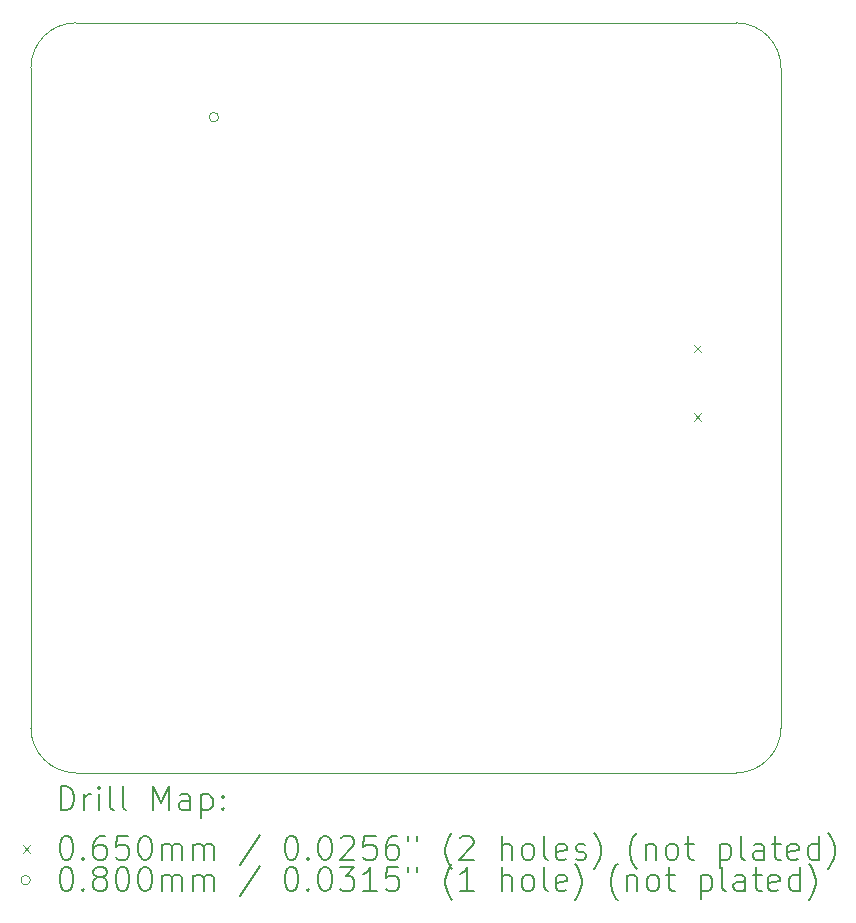
<source format=gbr>
%FSLAX45Y45*%
G04 Gerber Fmt 4.5, Leading zero omitted, Abs format (unit mm)*
G04 Created by KiCad (PCBNEW 6.0.4) date 2022-04-24 19:18:42*
%MOMM*%
%LPD*%
G01*
G04 APERTURE LIST*
%TA.AperFunction,Profile*%
%ADD10C,0.100000*%
%TD*%
%ADD11C,0.200000*%
%ADD12C,0.065000*%
%ADD13C,0.080000*%
G04 APERTURE END LIST*
D10*
X12065000Y-12954000D02*
X12065000Y-7366000D01*
X18034000Y-13335000D02*
X12446000Y-13335000D01*
X18415000Y-7366000D02*
X18415000Y-12954000D01*
X12446000Y-6985000D02*
X18034000Y-6985000D01*
X12446000Y-6985000D02*
G75*
G03*
X12065000Y-7366000I0J-381000D01*
G01*
X12065000Y-12954000D02*
G75*
G03*
X12446000Y-13335000I381000J0D01*
G01*
X18034000Y-13335000D02*
G75*
G03*
X18415000Y-12954000I0J381000D01*
G01*
X18415000Y-7366000D02*
G75*
G03*
X18034000Y-6985000I-381000J0D01*
G01*
D11*
D12*
X17677500Y-9711500D02*
X17742500Y-9776500D01*
X17742500Y-9711500D02*
X17677500Y-9776500D01*
X17677500Y-10289500D02*
X17742500Y-10354500D01*
X17742500Y-10289500D02*
X17677500Y-10354500D01*
D13*
X13654700Y-7784000D02*
G75*
G03*
X13654700Y-7784000I-40000J0D01*
G01*
D11*
X12317619Y-13650476D02*
X12317619Y-13450476D01*
X12365238Y-13450476D01*
X12393809Y-13460000D01*
X12412857Y-13479048D01*
X12422381Y-13498095D01*
X12431905Y-13536190D01*
X12431905Y-13564762D01*
X12422381Y-13602857D01*
X12412857Y-13621905D01*
X12393809Y-13640952D01*
X12365238Y-13650476D01*
X12317619Y-13650476D01*
X12517619Y-13650476D02*
X12517619Y-13517143D01*
X12517619Y-13555238D02*
X12527143Y-13536190D01*
X12536667Y-13526667D01*
X12555714Y-13517143D01*
X12574762Y-13517143D01*
X12641428Y-13650476D02*
X12641428Y-13517143D01*
X12641428Y-13450476D02*
X12631905Y-13460000D01*
X12641428Y-13469524D01*
X12650952Y-13460000D01*
X12641428Y-13450476D01*
X12641428Y-13469524D01*
X12765238Y-13650476D02*
X12746190Y-13640952D01*
X12736667Y-13621905D01*
X12736667Y-13450476D01*
X12870000Y-13650476D02*
X12850952Y-13640952D01*
X12841428Y-13621905D01*
X12841428Y-13450476D01*
X13098571Y-13650476D02*
X13098571Y-13450476D01*
X13165238Y-13593333D01*
X13231905Y-13450476D01*
X13231905Y-13650476D01*
X13412857Y-13650476D02*
X13412857Y-13545714D01*
X13403333Y-13526667D01*
X13384286Y-13517143D01*
X13346190Y-13517143D01*
X13327143Y-13526667D01*
X13412857Y-13640952D02*
X13393809Y-13650476D01*
X13346190Y-13650476D01*
X13327143Y-13640952D01*
X13317619Y-13621905D01*
X13317619Y-13602857D01*
X13327143Y-13583809D01*
X13346190Y-13574286D01*
X13393809Y-13574286D01*
X13412857Y-13564762D01*
X13508095Y-13517143D02*
X13508095Y-13717143D01*
X13508095Y-13526667D02*
X13527143Y-13517143D01*
X13565238Y-13517143D01*
X13584286Y-13526667D01*
X13593809Y-13536190D01*
X13603333Y-13555238D01*
X13603333Y-13612381D01*
X13593809Y-13631428D01*
X13584286Y-13640952D01*
X13565238Y-13650476D01*
X13527143Y-13650476D01*
X13508095Y-13640952D01*
X13689048Y-13631428D02*
X13698571Y-13640952D01*
X13689048Y-13650476D01*
X13679524Y-13640952D01*
X13689048Y-13631428D01*
X13689048Y-13650476D01*
X13689048Y-13526667D02*
X13698571Y-13536190D01*
X13689048Y-13545714D01*
X13679524Y-13536190D01*
X13689048Y-13526667D01*
X13689048Y-13545714D01*
D12*
X11995000Y-13947500D02*
X12060000Y-14012500D01*
X12060000Y-13947500D02*
X11995000Y-14012500D01*
D11*
X12355714Y-13870476D02*
X12374762Y-13870476D01*
X12393809Y-13880000D01*
X12403333Y-13889524D01*
X12412857Y-13908571D01*
X12422381Y-13946667D01*
X12422381Y-13994286D01*
X12412857Y-14032381D01*
X12403333Y-14051428D01*
X12393809Y-14060952D01*
X12374762Y-14070476D01*
X12355714Y-14070476D01*
X12336667Y-14060952D01*
X12327143Y-14051428D01*
X12317619Y-14032381D01*
X12308095Y-13994286D01*
X12308095Y-13946667D01*
X12317619Y-13908571D01*
X12327143Y-13889524D01*
X12336667Y-13880000D01*
X12355714Y-13870476D01*
X12508095Y-14051428D02*
X12517619Y-14060952D01*
X12508095Y-14070476D01*
X12498571Y-14060952D01*
X12508095Y-14051428D01*
X12508095Y-14070476D01*
X12689048Y-13870476D02*
X12650952Y-13870476D01*
X12631905Y-13880000D01*
X12622381Y-13889524D01*
X12603333Y-13918095D01*
X12593809Y-13956190D01*
X12593809Y-14032381D01*
X12603333Y-14051428D01*
X12612857Y-14060952D01*
X12631905Y-14070476D01*
X12670000Y-14070476D01*
X12689048Y-14060952D01*
X12698571Y-14051428D01*
X12708095Y-14032381D01*
X12708095Y-13984762D01*
X12698571Y-13965714D01*
X12689048Y-13956190D01*
X12670000Y-13946667D01*
X12631905Y-13946667D01*
X12612857Y-13956190D01*
X12603333Y-13965714D01*
X12593809Y-13984762D01*
X12889048Y-13870476D02*
X12793809Y-13870476D01*
X12784286Y-13965714D01*
X12793809Y-13956190D01*
X12812857Y-13946667D01*
X12860476Y-13946667D01*
X12879524Y-13956190D01*
X12889048Y-13965714D01*
X12898571Y-13984762D01*
X12898571Y-14032381D01*
X12889048Y-14051428D01*
X12879524Y-14060952D01*
X12860476Y-14070476D01*
X12812857Y-14070476D01*
X12793809Y-14060952D01*
X12784286Y-14051428D01*
X13022381Y-13870476D02*
X13041428Y-13870476D01*
X13060476Y-13880000D01*
X13070000Y-13889524D01*
X13079524Y-13908571D01*
X13089048Y-13946667D01*
X13089048Y-13994286D01*
X13079524Y-14032381D01*
X13070000Y-14051428D01*
X13060476Y-14060952D01*
X13041428Y-14070476D01*
X13022381Y-14070476D01*
X13003333Y-14060952D01*
X12993809Y-14051428D01*
X12984286Y-14032381D01*
X12974762Y-13994286D01*
X12974762Y-13946667D01*
X12984286Y-13908571D01*
X12993809Y-13889524D01*
X13003333Y-13880000D01*
X13022381Y-13870476D01*
X13174762Y-14070476D02*
X13174762Y-13937143D01*
X13174762Y-13956190D02*
X13184286Y-13946667D01*
X13203333Y-13937143D01*
X13231905Y-13937143D01*
X13250952Y-13946667D01*
X13260476Y-13965714D01*
X13260476Y-14070476D01*
X13260476Y-13965714D02*
X13270000Y-13946667D01*
X13289048Y-13937143D01*
X13317619Y-13937143D01*
X13336667Y-13946667D01*
X13346190Y-13965714D01*
X13346190Y-14070476D01*
X13441428Y-14070476D02*
X13441428Y-13937143D01*
X13441428Y-13956190D02*
X13450952Y-13946667D01*
X13470000Y-13937143D01*
X13498571Y-13937143D01*
X13517619Y-13946667D01*
X13527143Y-13965714D01*
X13527143Y-14070476D01*
X13527143Y-13965714D02*
X13536667Y-13946667D01*
X13555714Y-13937143D01*
X13584286Y-13937143D01*
X13603333Y-13946667D01*
X13612857Y-13965714D01*
X13612857Y-14070476D01*
X14003333Y-13860952D02*
X13831905Y-14118095D01*
X14260476Y-13870476D02*
X14279524Y-13870476D01*
X14298571Y-13880000D01*
X14308095Y-13889524D01*
X14317619Y-13908571D01*
X14327143Y-13946667D01*
X14327143Y-13994286D01*
X14317619Y-14032381D01*
X14308095Y-14051428D01*
X14298571Y-14060952D01*
X14279524Y-14070476D01*
X14260476Y-14070476D01*
X14241428Y-14060952D01*
X14231905Y-14051428D01*
X14222381Y-14032381D01*
X14212857Y-13994286D01*
X14212857Y-13946667D01*
X14222381Y-13908571D01*
X14231905Y-13889524D01*
X14241428Y-13880000D01*
X14260476Y-13870476D01*
X14412857Y-14051428D02*
X14422381Y-14060952D01*
X14412857Y-14070476D01*
X14403333Y-14060952D01*
X14412857Y-14051428D01*
X14412857Y-14070476D01*
X14546190Y-13870476D02*
X14565238Y-13870476D01*
X14584286Y-13880000D01*
X14593809Y-13889524D01*
X14603333Y-13908571D01*
X14612857Y-13946667D01*
X14612857Y-13994286D01*
X14603333Y-14032381D01*
X14593809Y-14051428D01*
X14584286Y-14060952D01*
X14565238Y-14070476D01*
X14546190Y-14070476D01*
X14527143Y-14060952D01*
X14517619Y-14051428D01*
X14508095Y-14032381D01*
X14498571Y-13994286D01*
X14498571Y-13946667D01*
X14508095Y-13908571D01*
X14517619Y-13889524D01*
X14527143Y-13880000D01*
X14546190Y-13870476D01*
X14689048Y-13889524D02*
X14698571Y-13880000D01*
X14717619Y-13870476D01*
X14765238Y-13870476D01*
X14784286Y-13880000D01*
X14793809Y-13889524D01*
X14803333Y-13908571D01*
X14803333Y-13927619D01*
X14793809Y-13956190D01*
X14679524Y-14070476D01*
X14803333Y-14070476D01*
X14984286Y-13870476D02*
X14889048Y-13870476D01*
X14879524Y-13965714D01*
X14889048Y-13956190D01*
X14908095Y-13946667D01*
X14955714Y-13946667D01*
X14974762Y-13956190D01*
X14984286Y-13965714D01*
X14993809Y-13984762D01*
X14993809Y-14032381D01*
X14984286Y-14051428D01*
X14974762Y-14060952D01*
X14955714Y-14070476D01*
X14908095Y-14070476D01*
X14889048Y-14060952D01*
X14879524Y-14051428D01*
X15165238Y-13870476D02*
X15127143Y-13870476D01*
X15108095Y-13880000D01*
X15098571Y-13889524D01*
X15079524Y-13918095D01*
X15070000Y-13956190D01*
X15070000Y-14032381D01*
X15079524Y-14051428D01*
X15089048Y-14060952D01*
X15108095Y-14070476D01*
X15146190Y-14070476D01*
X15165238Y-14060952D01*
X15174762Y-14051428D01*
X15184286Y-14032381D01*
X15184286Y-13984762D01*
X15174762Y-13965714D01*
X15165238Y-13956190D01*
X15146190Y-13946667D01*
X15108095Y-13946667D01*
X15089048Y-13956190D01*
X15079524Y-13965714D01*
X15070000Y-13984762D01*
X15260476Y-13870476D02*
X15260476Y-13908571D01*
X15336667Y-13870476D02*
X15336667Y-13908571D01*
X15631905Y-14146667D02*
X15622381Y-14137143D01*
X15603333Y-14108571D01*
X15593809Y-14089524D01*
X15584286Y-14060952D01*
X15574762Y-14013333D01*
X15574762Y-13975238D01*
X15584286Y-13927619D01*
X15593809Y-13899048D01*
X15603333Y-13880000D01*
X15622381Y-13851428D01*
X15631905Y-13841905D01*
X15698571Y-13889524D02*
X15708095Y-13880000D01*
X15727143Y-13870476D01*
X15774762Y-13870476D01*
X15793809Y-13880000D01*
X15803333Y-13889524D01*
X15812857Y-13908571D01*
X15812857Y-13927619D01*
X15803333Y-13956190D01*
X15689048Y-14070476D01*
X15812857Y-14070476D01*
X16050952Y-14070476D02*
X16050952Y-13870476D01*
X16136667Y-14070476D02*
X16136667Y-13965714D01*
X16127143Y-13946667D01*
X16108095Y-13937143D01*
X16079524Y-13937143D01*
X16060476Y-13946667D01*
X16050952Y-13956190D01*
X16260476Y-14070476D02*
X16241428Y-14060952D01*
X16231905Y-14051428D01*
X16222381Y-14032381D01*
X16222381Y-13975238D01*
X16231905Y-13956190D01*
X16241428Y-13946667D01*
X16260476Y-13937143D01*
X16289048Y-13937143D01*
X16308095Y-13946667D01*
X16317619Y-13956190D01*
X16327143Y-13975238D01*
X16327143Y-14032381D01*
X16317619Y-14051428D01*
X16308095Y-14060952D01*
X16289048Y-14070476D01*
X16260476Y-14070476D01*
X16441428Y-14070476D02*
X16422381Y-14060952D01*
X16412857Y-14041905D01*
X16412857Y-13870476D01*
X16593809Y-14060952D02*
X16574762Y-14070476D01*
X16536667Y-14070476D01*
X16517619Y-14060952D01*
X16508095Y-14041905D01*
X16508095Y-13965714D01*
X16517619Y-13946667D01*
X16536667Y-13937143D01*
X16574762Y-13937143D01*
X16593809Y-13946667D01*
X16603333Y-13965714D01*
X16603333Y-13984762D01*
X16508095Y-14003809D01*
X16679524Y-14060952D02*
X16698571Y-14070476D01*
X16736667Y-14070476D01*
X16755714Y-14060952D01*
X16765238Y-14041905D01*
X16765238Y-14032381D01*
X16755714Y-14013333D01*
X16736667Y-14003809D01*
X16708095Y-14003809D01*
X16689048Y-13994286D01*
X16679524Y-13975238D01*
X16679524Y-13965714D01*
X16689048Y-13946667D01*
X16708095Y-13937143D01*
X16736667Y-13937143D01*
X16755714Y-13946667D01*
X16831905Y-14146667D02*
X16841429Y-14137143D01*
X16860476Y-14108571D01*
X16870000Y-14089524D01*
X16879524Y-14060952D01*
X16889048Y-14013333D01*
X16889048Y-13975238D01*
X16879524Y-13927619D01*
X16870000Y-13899048D01*
X16860476Y-13880000D01*
X16841429Y-13851428D01*
X16831905Y-13841905D01*
X17193810Y-14146667D02*
X17184286Y-14137143D01*
X17165238Y-14108571D01*
X17155714Y-14089524D01*
X17146190Y-14060952D01*
X17136667Y-14013333D01*
X17136667Y-13975238D01*
X17146190Y-13927619D01*
X17155714Y-13899048D01*
X17165238Y-13880000D01*
X17184286Y-13851428D01*
X17193810Y-13841905D01*
X17270000Y-13937143D02*
X17270000Y-14070476D01*
X17270000Y-13956190D02*
X17279524Y-13946667D01*
X17298571Y-13937143D01*
X17327143Y-13937143D01*
X17346190Y-13946667D01*
X17355714Y-13965714D01*
X17355714Y-14070476D01*
X17479524Y-14070476D02*
X17460476Y-14060952D01*
X17450952Y-14051428D01*
X17441429Y-14032381D01*
X17441429Y-13975238D01*
X17450952Y-13956190D01*
X17460476Y-13946667D01*
X17479524Y-13937143D01*
X17508095Y-13937143D01*
X17527143Y-13946667D01*
X17536667Y-13956190D01*
X17546190Y-13975238D01*
X17546190Y-14032381D01*
X17536667Y-14051428D01*
X17527143Y-14060952D01*
X17508095Y-14070476D01*
X17479524Y-14070476D01*
X17603333Y-13937143D02*
X17679524Y-13937143D01*
X17631905Y-13870476D02*
X17631905Y-14041905D01*
X17641429Y-14060952D01*
X17660476Y-14070476D01*
X17679524Y-14070476D01*
X17898571Y-13937143D02*
X17898571Y-14137143D01*
X17898571Y-13946667D02*
X17917619Y-13937143D01*
X17955714Y-13937143D01*
X17974762Y-13946667D01*
X17984286Y-13956190D01*
X17993810Y-13975238D01*
X17993810Y-14032381D01*
X17984286Y-14051428D01*
X17974762Y-14060952D01*
X17955714Y-14070476D01*
X17917619Y-14070476D01*
X17898571Y-14060952D01*
X18108095Y-14070476D02*
X18089048Y-14060952D01*
X18079524Y-14041905D01*
X18079524Y-13870476D01*
X18270000Y-14070476D02*
X18270000Y-13965714D01*
X18260476Y-13946667D01*
X18241429Y-13937143D01*
X18203333Y-13937143D01*
X18184286Y-13946667D01*
X18270000Y-14060952D02*
X18250952Y-14070476D01*
X18203333Y-14070476D01*
X18184286Y-14060952D01*
X18174762Y-14041905D01*
X18174762Y-14022857D01*
X18184286Y-14003809D01*
X18203333Y-13994286D01*
X18250952Y-13994286D01*
X18270000Y-13984762D01*
X18336667Y-13937143D02*
X18412857Y-13937143D01*
X18365238Y-13870476D02*
X18365238Y-14041905D01*
X18374762Y-14060952D01*
X18393810Y-14070476D01*
X18412857Y-14070476D01*
X18555714Y-14060952D02*
X18536667Y-14070476D01*
X18498571Y-14070476D01*
X18479524Y-14060952D01*
X18470000Y-14041905D01*
X18470000Y-13965714D01*
X18479524Y-13946667D01*
X18498571Y-13937143D01*
X18536667Y-13937143D01*
X18555714Y-13946667D01*
X18565238Y-13965714D01*
X18565238Y-13984762D01*
X18470000Y-14003809D01*
X18736667Y-14070476D02*
X18736667Y-13870476D01*
X18736667Y-14060952D02*
X18717619Y-14070476D01*
X18679524Y-14070476D01*
X18660476Y-14060952D01*
X18650952Y-14051428D01*
X18641429Y-14032381D01*
X18641429Y-13975238D01*
X18650952Y-13956190D01*
X18660476Y-13946667D01*
X18679524Y-13937143D01*
X18717619Y-13937143D01*
X18736667Y-13946667D01*
X18812857Y-14146667D02*
X18822381Y-14137143D01*
X18841429Y-14108571D01*
X18850952Y-14089524D01*
X18860476Y-14060952D01*
X18870000Y-14013333D01*
X18870000Y-13975238D01*
X18860476Y-13927619D01*
X18850952Y-13899048D01*
X18841429Y-13880000D01*
X18822381Y-13851428D01*
X18812857Y-13841905D01*
D13*
X12060000Y-14244000D02*
G75*
G03*
X12060000Y-14244000I-40000J0D01*
G01*
D11*
X12355714Y-14134476D02*
X12374762Y-14134476D01*
X12393809Y-14144000D01*
X12403333Y-14153524D01*
X12412857Y-14172571D01*
X12422381Y-14210667D01*
X12422381Y-14258286D01*
X12412857Y-14296381D01*
X12403333Y-14315428D01*
X12393809Y-14324952D01*
X12374762Y-14334476D01*
X12355714Y-14334476D01*
X12336667Y-14324952D01*
X12327143Y-14315428D01*
X12317619Y-14296381D01*
X12308095Y-14258286D01*
X12308095Y-14210667D01*
X12317619Y-14172571D01*
X12327143Y-14153524D01*
X12336667Y-14144000D01*
X12355714Y-14134476D01*
X12508095Y-14315428D02*
X12517619Y-14324952D01*
X12508095Y-14334476D01*
X12498571Y-14324952D01*
X12508095Y-14315428D01*
X12508095Y-14334476D01*
X12631905Y-14220190D02*
X12612857Y-14210667D01*
X12603333Y-14201143D01*
X12593809Y-14182095D01*
X12593809Y-14172571D01*
X12603333Y-14153524D01*
X12612857Y-14144000D01*
X12631905Y-14134476D01*
X12670000Y-14134476D01*
X12689048Y-14144000D01*
X12698571Y-14153524D01*
X12708095Y-14172571D01*
X12708095Y-14182095D01*
X12698571Y-14201143D01*
X12689048Y-14210667D01*
X12670000Y-14220190D01*
X12631905Y-14220190D01*
X12612857Y-14229714D01*
X12603333Y-14239238D01*
X12593809Y-14258286D01*
X12593809Y-14296381D01*
X12603333Y-14315428D01*
X12612857Y-14324952D01*
X12631905Y-14334476D01*
X12670000Y-14334476D01*
X12689048Y-14324952D01*
X12698571Y-14315428D01*
X12708095Y-14296381D01*
X12708095Y-14258286D01*
X12698571Y-14239238D01*
X12689048Y-14229714D01*
X12670000Y-14220190D01*
X12831905Y-14134476D02*
X12850952Y-14134476D01*
X12870000Y-14144000D01*
X12879524Y-14153524D01*
X12889048Y-14172571D01*
X12898571Y-14210667D01*
X12898571Y-14258286D01*
X12889048Y-14296381D01*
X12879524Y-14315428D01*
X12870000Y-14324952D01*
X12850952Y-14334476D01*
X12831905Y-14334476D01*
X12812857Y-14324952D01*
X12803333Y-14315428D01*
X12793809Y-14296381D01*
X12784286Y-14258286D01*
X12784286Y-14210667D01*
X12793809Y-14172571D01*
X12803333Y-14153524D01*
X12812857Y-14144000D01*
X12831905Y-14134476D01*
X13022381Y-14134476D02*
X13041428Y-14134476D01*
X13060476Y-14144000D01*
X13070000Y-14153524D01*
X13079524Y-14172571D01*
X13089048Y-14210667D01*
X13089048Y-14258286D01*
X13079524Y-14296381D01*
X13070000Y-14315428D01*
X13060476Y-14324952D01*
X13041428Y-14334476D01*
X13022381Y-14334476D01*
X13003333Y-14324952D01*
X12993809Y-14315428D01*
X12984286Y-14296381D01*
X12974762Y-14258286D01*
X12974762Y-14210667D01*
X12984286Y-14172571D01*
X12993809Y-14153524D01*
X13003333Y-14144000D01*
X13022381Y-14134476D01*
X13174762Y-14334476D02*
X13174762Y-14201143D01*
X13174762Y-14220190D02*
X13184286Y-14210667D01*
X13203333Y-14201143D01*
X13231905Y-14201143D01*
X13250952Y-14210667D01*
X13260476Y-14229714D01*
X13260476Y-14334476D01*
X13260476Y-14229714D02*
X13270000Y-14210667D01*
X13289048Y-14201143D01*
X13317619Y-14201143D01*
X13336667Y-14210667D01*
X13346190Y-14229714D01*
X13346190Y-14334476D01*
X13441428Y-14334476D02*
X13441428Y-14201143D01*
X13441428Y-14220190D02*
X13450952Y-14210667D01*
X13470000Y-14201143D01*
X13498571Y-14201143D01*
X13517619Y-14210667D01*
X13527143Y-14229714D01*
X13527143Y-14334476D01*
X13527143Y-14229714D02*
X13536667Y-14210667D01*
X13555714Y-14201143D01*
X13584286Y-14201143D01*
X13603333Y-14210667D01*
X13612857Y-14229714D01*
X13612857Y-14334476D01*
X14003333Y-14124952D02*
X13831905Y-14382095D01*
X14260476Y-14134476D02*
X14279524Y-14134476D01*
X14298571Y-14144000D01*
X14308095Y-14153524D01*
X14317619Y-14172571D01*
X14327143Y-14210667D01*
X14327143Y-14258286D01*
X14317619Y-14296381D01*
X14308095Y-14315428D01*
X14298571Y-14324952D01*
X14279524Y-14334476D01*
X14260476Y-14334476D01*
X14241428Y-14324952D01*
X14231905Y-14315428D01*
X14222381Y-14296381D01*
X14212857Y-14258286D01*
X14212857Y-14210667D01*
X14222381Y-14172571D01*
X14231905Y-14153524D01*
X14241428Y-14144000D01*
X14260476Y-14134476D01*
X14412857Y-14315428D02*
X14422381Y-14324952D01*
X14412857Y-14334476D01*
X14403333Y-14324952D01*
X14412857Y-14315428D01*
X14412857Y-14334476D01*
X14546190Y-14134476D02*
X14565238Y-14134476D01*
X14584286Y-14144000D01*
X14593809Y-14153524D01*
X14603333Y-14172571D01*
X14612857Y-14210667D01*
X14612857Y-14258286D01*
X14603333Y-14296381D01*
X14593809Y-14315428D01*
X14584286Y-14324952D01*
X14565238Y-14334476D01*
X14546190Y-14334476D01*
X14527143Y-14324952D01*
X14517619Y-14315428D01*
X14508095Y-14296381D01*
X14498571Y-14258286D01*
X14498571Y-14210667D01*
X14508095Y-14172571D01*
X14517619Y-14153524D01*
X14527143Y-14144000D01*
X14546190Y-14134476D01*
X14679524Y-14134476D02*
X14803333Y-14134476D01*
X14736667Y-14210667D01*
X14765238Y-14210667D01*
X14784286Y-14220190D01*
X14793809Y-14229714D01*
X14803333Y-14248762D01*
X14803333Y-14296381D01*
X14793809Y-14315428D01*
X14784286Y-14324952D01*
X14765238Y-14334476D01*
X14708095Y-14334476D01*
X14689048Y-14324952D01*
X14679524Y-14315428D01*
X14993809Y-14334476D02*
X14879524Y-14334476D01*
X14936667Y-14334476D02*
X14936667Y-14134476D01*
X14917619Y-14163048D01*
X14898571Y-14182095D01*
X14879524Y-14191619D01*
X15174762Y-14134476D02*
X15079524Y-14134476D01*
X15070000Y-14229714D01*
X15079524Y-14220190D01*
X15098571Y-14210667D01*
X15146190Y-14210667D01*
X15165238Y-14220190D01*
X15174762Y-14229714D01*
X15184286Y-14248762D01*
X15184286Y-14296381D01*
X15174762Y-14315428D01*
X15165238Y-14324952D01*
X15146190Y-14334476D01*
X15098571Y-14334476D01*
X15079524Y-14324952D01*
X15070000Y-14315428D01*
X15260476Y-14134476D02*
X15260476Y-14172571D01*
X15336667Y-14134476D02*
X15336667Y-14172571D01*
X15631905Y-14410667D02*
X15622381Y-14401143D01*
X15603333Y-14372571D01*
X15593809Y-14353524D01*
X15584286Y-14324952D01*
X15574762Y-14277333D01*
X15574762Y-14239238D01*
X15584286Y-14191619D01*
X15593809Y-14163048D01*
X15603333Y-14144000D01*
X15622381Y-14115428D01*
X15631905Y-14105905D01*
X15812857Y-14334476D02*
X15698571Y-14334476D01*
X15755714Y-14334476D02*
X15755714Y-14134476D01*
X15736667Y-14163048D01*
X15717619Y-14182095D01*
X15698571Y-14191619D01*
X16050952Y-14334476D02*
X16050952Y-14134476D01*
X16136667Y-14334476D02*
X16136667Y-14229714D01*
X16127143Y-14210667D01*
X16108095Y-14201143D01*
X16079524Y-14201143D01*
X16060476Y-14210667D01*
X16050952Y-14220190D01*
X16260476Y-14334476D02*
X16241428Y-14324952D01*
X16231905Y-14315428D01*
X16222381Y-14296381D01*
X16222381Y-14239238D01*
X16231905Y-14220190D01*
X16241428Y-14210667D01*
X16260476Y-14201143D01*
X16289048Y-14201143D01*
X16308095Y-14210667D01*
X16317619Y-14220190D01*
X16327143Y-14239238D01*
X16327143Y-14296381D01*
X16317619Y-14315428D01*
X16308095Y-14324952D01*
X16289048Y-14334476D01*
X16260476Y-14334476D01*
X16441428Y-14334476D02*
X16422381Y-14324952D01*
X16412857Y-14305905D01*
X16412857Y-14134476D01*
X16593809Y-14324952D02*
X16574762Y-14334476D01*
X16536667Y-14334476D01*
X16517619Y-14324952D01*
X16508095Y-14305905D01*
X16508095Y-14229714D01*
X16517619Y-14210667D01*
X16536667Y-14201143D01*
X16574762Y-14201143D01*
X16593809Y-14210667D01*
X16603333Y-14229714D01*
X16603333Y-14248762D01*
X16508095Y-14267809D01*
X16670000Y-14410667D02*
X16679524Y-14401143D01*
X16698571Y-14372571D01*
X16708095Y-14353524D01*
X16717619Y-14324952D01*
X16727143Y-14277333D01*
X16727143Y-14239238D01*
X16717619Y-14191619D01*
X16708095Y-14163048D01*
X16698571Y-14144000D01*
X16679524Y-14115428D01*
X16670000Y-14105905D01*
X17031905Y-14410667D02*
X17022381Y-14401143D01*
X17003333Y-14372571D01*
X16993810Y-14353524D01*
X16984286Y-14324952D01*
X16974762Y-14277333D01*
X16974762Y-14239238D01*
X16984286Y-14191619D01*
X16993810Y-14163048D01*
X17003333Y-14144000D01*
X17022381Y-14115428D01*
X17031905Y-14105905D01*
X17108095Y-14201143D02*
X17108095Y-14334476D01*
X17108095Y-14220190D02*
X17117619Y-14210667D01*
X17136667Y-14201143D01*
X17165238Y-14201143D01*
X17184286Y-14210667D01*
X17193810Y-14229714D01*
X17193810Y-14334476D01*
X17317619Y-14334476D02*
X17298571Y-14324952D01*
X17289048Y-14315428D01*
X17279524Y-14296381D01*
X17279524Y-14239238D01*
X17289048Y-14220190D01*
X17298571Y-14210667D01*
X17317619Y-14201143D01*
X17346190Y-14201143D01*
X17365238Y-14210667D01*
X17374762Y-14220190D01*
X17384286Y-14239238D01*
X17384286Y-14296381D01*
X17374762Y-14315428D01*
X17365238Y-14324952D01*
X17346190Y-14334476D01*
X17317619Y-14334476D01*
X17441429Y-14201143D02*
X17517619Y-14201143D01*
X17470000Y-14134476D02*
X17470000Y-14305905D01*
X17479524Y-14324952D01*
X17498571Y-14334476D01*
X17517619Y-14334476D01*
X17736667Y-14201143D02*
X17736667Y-14401143D01*
X17736667Y-14210667D02*
X17755714Y-14201143D01*
X17793810Y-14201143D01*
X17812857Y-14210667D01*
X17822381Y-14220190D01*
X17831905Y-14239238D01*
X17831905Y-14296381D01*
X17822381Y-14315428D01*
X17812857Y-14324952D01*
X17793810Y-14334476D01*
X17755714Y-14334476D01*
X17736667Y-14324952D01*
X17946190Y-14334476D02*
X17927143Y-14324952D01*
X17917619Y-14305905D01*
X17917619Y-14134476D01*
X18108095Y-14334476D02*
X18108095Y-14229714D01*
X18098571Y-14210667D01*
X18079524Y-14201143D01*
X18041429Y-14201143D01*
X18022381Y-14210667D01*
X18108095Y-14324952D02*
X18089048Y-14334476D01*
X18041429Y-14334476D01*
X18022381Y-14324952D01*
X18012857Y-14305905D01*
X18012857Y-14286857D01*
X18022381Y-14267809D01*
X18041429Y-14258286D01*
X18089048Y-14258286D01*
X18108095Y-14248762D01*
X18174762Y-14201143D02*
X18250952Y-14201143D01*
X18203333Y-14134476D02*
X18203333Y-14305905D01*
X18212857Y-14324952D01*
X18231905Y-14334476D01*
X18250952Y-14334476D01*
X18393810Y-14324952D02*
X18374762Y-14334476D01*
X18336667Y-14334476D01*
X18317619Y-14324952D01*
X18308095Y-14305905D01*
X18308095Y-14229714D01*
X18317619Y-14210667D01*
X18336667Y-14201143D01*
X18374762Y-14201143D01*
X18393810Y-14210667D01*
X18403333Y-14229714D01*
X18403333Y-14248762D01*
X18308095Y-14267809D01*
X18574762Y-14334476D02*
X18574762Y-14134476D01*
X18574762Y-14324952D02*
X18555714Y-14334476D01*
X18517619Y-14334476D01*
X18498571Y-14324952D01*
X18489048Y-14315428D01*
X18479524Y-14296381D01*
X18479524Y-14239238D01*
X18489048Y-14220190D01*
X18498571Y-14210667D01*
X18517619Y-14201143D01*
X18555714Y-14201143D01*
X18574762Y-14210667D01*
X18650952Y-14410667D02*
X18660476Y-14401143D01*
X18679524Y-14372571D01*
X18689048Y-14353524D01*
X18698571Y-14324952D01*
X18708095Y-14277333D01*
X18708095Y-14239238D01*
X18698571Y-14191619D01*
X18689048Y-14163048D01*
X18679524Y-14144000D01*
X18660476Y-14115428D01*
X18650952Y-14105905D01*
M02*

</source>
